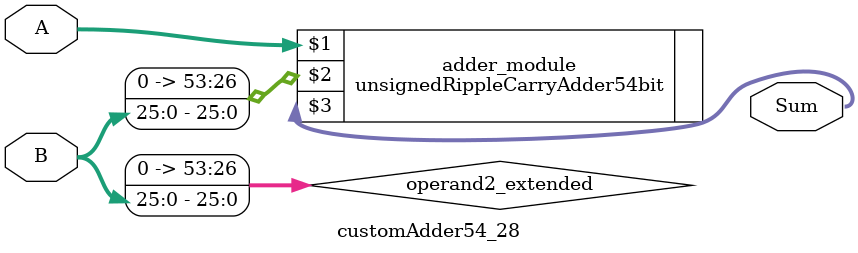
<source format=v>
module customAdder54_28(
                        input [53 : 0] A,
                        input [25 : 0] B,
                        
                        output [54 : 0] Sum
                );

        wire [53 : 0] operand2_extended;
        
        assign operand2_extended =  {28'b0, B};
        
        unsignedRippleCarryAdder54bit adder_module(
            A,
            operand2_extended,
            Sum
        );
        
        endmodule
        
</source>
